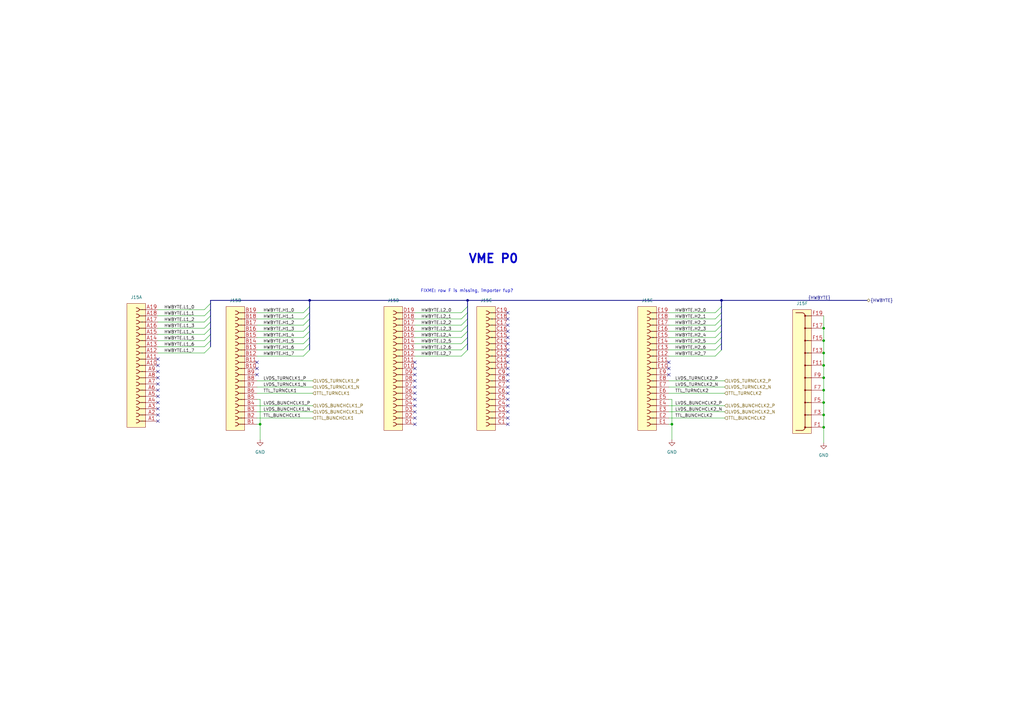
<source format=kicad_sch>
(kicad_sch (version 20250114) (generator "eeschema") (generator_version "9.0")
  (paper "A3")
  (title_block (title "VME P0 connector fanout + mechanics"))
  (lib_symbols
    (symbol "HARTING:HARTING_17_25_095_2102" (pin_names (offset 1.27))
      (property "Reference" "J" (at 3.81 1.27 0))
      (symbol "HARTING_17_25_095_2102_1_1"
        (pin bidirectional line (at -5.08 -2.54 0) (length 5.08) (name "1") (number "A1"))
        (pin bidirectional line (at -5.08 -5.08 0) (length 5.08) (name "2") (number "A2"))
        (pin bidirectional line (at -5.08 -7.62 0) (length 5.08) (name "3") (number "A3"))
        (pin bidirectional line (at -5.08 -10.16 0) (length 5.08) (name "4") (number "A4"))
        (pin bidirectional line (at -5.08 -12.7 0) (length 5.08) (name "5") (number "A5"))
        (pin bidirectional line (at -5.08 -15.24 0) (length 5.08) (name "6") (number "A6"))
        (pin bidirectional line (at -5.08 -17.78 0) (length 5.08) (name "7") (number "A7"))
        (pin bidirectional line (at -5.08 -20.32 0) (length 5.08) (name "8") (number "A8"))
        (pin bidirectional line (at -5.08 -22.86 0) (length 5.08) (name "9") (number "A9"))
        (pin bidirectional line (at -5.08 -25.4 0) (length 5.08) (name "10") (number "A10"))
        (pin bidirectional line (at -5.08 -27.94 0) (length 5.08) (name "11") (number "A11"))
        (pin bidirectional line (at -5.08 -30.48 0) (length 5.08) (name "12") (number "A12"))
        (pin bidirectional line (at -5.08 -33.02 0) (length 5.08) (name "13") (number "A13"))
        (pin bidirectional line (at -5.08 -35.56 0) (length 5.08) (name "14") (number "A14"))
        (pin bidirectional line (at -5.08 -38.1 0) (length 5.08) (name "15") (number "A15"))
        (pin bidirectional line (at -5.08 -40.64 0) (length 5.08) (name "16") (number "A16"))
        (pin bidirectional line (at -5.08 -43.18 0) (length 5.08) (name "17") (number "A17"))
        (pin bidirectional line (at -5.08 -45.72 0) (length 5.08) (name "18") (number "A18"))
        (pin bidirectional line (at -5.08 -48.26 0) (length 5.08) (name "19") (number "A19"))
      )
      (symbol "HARTING_17_25_095_2102_2_1"
        (pin bidirectional line (at -5.08 -2.54 0) (length 5.08) (name "1") (number "B1"))
        (pin bidirectional line (at -5.08 -5.08 0) (length 5.08) (name "2") (number "B2"))
        (pin bidirectional line (at -5.08 -7.62 0) (length 5.08) (name "3") (number "B3"))
        (pin bidirectional line (at -5.08 -10.16 0) (length 5.08) (name "4") (number "B4"))
        (pin bidirectional line (at -5.08 -12.7 0) (length 5.08) (name "5") (number "B5"))
        (pin bidirectional line (at -5.08 -15.24 0) (length 5.08) (name "6") (number "B6"))
        (pin bidirectional line (at -5.08 -17.78 0) (length 5.08) (name "7") (number "B7"))
        (pin bidirectional line (at -5.08 -20.32 0) (length 5.08) (name "8") (number "B8"))
        (pin bidirectional line (at -5.08 -22.86 0) (length 5.08) (name "9") (number "B9"))
        (pin bidirectional line (at -5.08 -25.4 0) (length 5.08) (name "10") (number "B10"))
        (pin bidirectional line (at -5.08 -27.94 0) (length 5.08) (name "11") (number "B11"))
        (pin bidirectional line (at -5.08 -30.48 0) (length 5.08) (name "12") (number "B12"))
        (pin bidirectional line (at -5.08 -33.02 0) (length 5.08) (name "13") (number "B13"))
        (pin bidirectional line (at -5.08 -35.56 0) (length 5.08) (name "14") (number "B14"))
        (pin bidirectional line (at -5.08 -38.1 0) (length 5.08) (name "15") (number "B15"))
        (pin bidirectional line (at -5.08 -40.64 0) (length 5.08) (name "16") (number "B16"))
        (pin bidirectional line (at -5.08 -43.18 0) (length 5.08) (name "17") (number "B17"))
        (pin bidirectional line (at -5.08 -45.72 0) (length 5.08) (name "18") (number "B18"))
        (pin bidirectional line (at -5.08 -48.26 0) (length 5.08) (name "19") (number "B19"))
      )
      (symbol "HARTING_17_25_095_2102_3_1"
        (pin bidirectional line (at -5.08 -2.54 0) (length 5.08) (name "1") (number "C1"))
        (pin bidirectional line (at -5.08 -5.08 0) (length 5.08) (name "2") (number "C2"))
        (pin bidirectional line (at -5.08 -7.62 0) (length 5.08) (name "3") (number "C3"))
        (pin bidirectional line (at -5.08 -10.16 0) (length 5.08) (name "4") (number "C4"))
        (pin bidirectional line (at -5.08 -12.7 0) (length 5.08) (name "5") (number "C5"))
        (pin bidirectional line (at -5.08 -15.24 0) (length 5.08) (name "6") (number "C6"))
        (pin bidirectional line (at -5.08 -17.78 0) (length 5.08) (name "7") (number "C7"))
        (pin bidirectional line (at -5.08 -20.32 0) (length 5.08) (name "8") (number "C8"))
        (pin bidirectional line (at -5.08 -22.86 0) (length 5.08) (name "9") (number "C9"))
        (pin bidirectional line (at -5.08 -25.4 0) (length 5.08) (name "10") (number "C10"))
        (pin bidirectional line (at -5.08 -27.94 0) (length 5.08) (name "11") (number "C11"))
        (pin bidirectional line (at -5.08 -30.48 0) (length 5.08) (name "12") (number "C12"))
        (pin bidirectional line (at -5.08 -33.02 0) (length 5.08) (name "13") (number "C13"))
        (pin bidirectional line (at -5.08 -35.56 0) (length 5.08) (name "14") (number "C14"))
        (pin bidirectional line (at -5.08 -38.1 0) (length 5.08) (name "15") (number "C15"))
        (pin bidirectional line (at -5.08 -40.64 0) (length 5.08) (name "16") (number "C16"))
        (pin bidirectional line (at -5.08 -43.18 0) (length 5.08) (name "17") (number "C17"))
        (pin bidirectional line (at -5.08 -45.72 0) (length 5.08) (name "18") (number "C18"))
        (pin bidirectional line (at -5.08 -48.26 0) (length 5.08) (name "19") (number "C19"))
      )
      (symbol "HARTING_17_25_095_2102_4_1"
        (pin bidirectional line (at -5.08 -2.54 0) (length 5.08) (name "1") (number "D1"))
        (pin bidirectional line (at -5.08 -5.08 0) (length 5.08) (name "2") (number "D2"))
        (pin bidirectional line (at -5.08 -7.62 0) (length 5.08) (name "3") (number "D3"))
        (pin bidirectional line (at -5.08 -10.16 0) (length 5.08) (name "4") (number "D4"))
        (pin bidirectional line (at -5.08 -12.7 0) (length 5.08) (name "5") (number "D5"))
        (pin bidirectional line (at -5.08 -15.24 0) (length 5.08) (name "6") (number "D6"))
        (pin bidirectional line (at -5.08 -17.78 0) (length 5.08) (name "7") (number "D7"))
        (pin bidirectional line (at -5.08 -20.32 0) (length 5.08) (name "8") (number "D8"))
        (pin bidirectional line (at -5.08 -22.86 0) (length 5.08) (name "9") (number "D9"))
        (pin bidirectional line (at -5.08 -25.4 0) (length 5.08) (name "10") (number "D10"))
        (pin bidirectional line (at -5.08 -27.94 0) (length 5.08) (name "11") (number "D11"))
        (pin bidirectional line (at -5.08 -30.48 0) (length 5.08) (name "12") (number "D12"))
        (pin bidirectional line (at -5.08 -33.02 0) (length 5.08) (name "13") (number "D13"))
        (pin bidirectional line (at -5.08 -35.56 0) (length 5.08) (name "14") (number "D14"))
        (pin bidirectional line (at -5.08 -38.1 0) (length 5.08) (name "15") (number "D15"))
        (pin bidirectional line (at -5.08 -40.64 0) (length 5.08) (name "16") (number "D16"))
        (pin bidirectional line (at -5.08 -43.18 0) (length 5.08) (name "17") (number "D17"))
        (pin bidirectional line (at -5.08 -45.72 0) (length 5.08) (name "18") (number "D18"))
        (pin bidirectional line (at -5.08 -48.26 0) (length 5.08) (name "19") (number "D19"))
      )
      (symbol "HARTING_17_25_095_2102_5_1"
        (pin bidirectional line (at -5.08 -2.54 0) (length 5.08) (name "1") (number "E1"))
        (pin bidirectional line (at -5.08 -5.08 0) (length 5.08) (name "2") (number "E2"))
        (pin bidirectional line (at -5.08 -7.62 0) (length 5.08) (name "3") (number "E3"))
        (pin bidirectional line (at -5.08 -10.16 0) (length 5.08) (name "4") (number "E4"))
        (pin bidirectional line (at -5.08 -12.7 0) (length 5.08) (name "5") (number "E5"))
        (pin bidirectional line (at -5.08 -15.24 0) (length 5.08) (name "6") (number "E6"))
        (pin bidirectional line (at -5.08 -17.78 0) (length 5.08) (name "7") (number "E7"))
        (pin bidirectional line (at -5.08 -20.32 0) (length 5.08) (name "8") (number "E8"))
        (pin bidirectional line (at -5.08 -22.86 0) (length 5.08) (name "9") (number "E9"))
        (pin bidirectional line (at -5.08 -25.4 0) (length 5.08) (name "10") (number "E10"))
        (pin bidirectional line (at -5.08 -27.94 0) (length 5.08) (name "11") (number "E11"))
        (pin bidirectional line (at -5.08 -30.48 0) (length 5.08) (name "12") (number "E12"))
        (pin bidirectional line (at -5.08 -33.02 0) (length 5.08) (name "13") (number "E13"))
        (pin bidirectional line (at -5.08 -35.56 0) (length 5.08) (name "14") (number "E14"))
        (pin bidirectional line (at -5.08 -38.1 0) (length 5.08) (name "15") (number "E15"))
        (pin bidirectional line (at -5.08 -40.64 0) (length 5.08) (name "16") (number "E16"))
        (pin bidirectional line (at -5.08 -43.18 0) (length 5.08) (name "17") (number "E17"))
        (pin bidirectional line (at -5.08 -45.72 0) (length 5.08) (name "18") (number "E18"))
        (pin bidirectional line (at -5.08 -48.26 0) (length 5.08) (name "19") (number "E19"))
      )
      (symbol "HARTING_17_25_095_2102_6_1"
        (text "Shield" (at 4.826 -25.4 900) (effects (font (size 1.016 1.016))))
        (pin bidirectional line (at -5.08 -2.54 0) (length 5.08) (name "1") (number "F1"))
        (pin bidirectional line (at -5.08 -7.62 0) (length 5.08) (name "3") (number "F3"))
        (pin bidirectional line (at -5.08 -12.7 0) (length 5.08) (name "5") (number "F5"))
        (pin bidirectional line (at -5.08 -17.78 0) (length 5.08) (name "7") (number "F7"))
        (pin bidirectional line (at -5.08 -22.86 0) (length 5.08) (name "9") (number "F9"))
        (pin bidirectional line (at -5.08 -27.94 0) (length 5.08) (name "11") (number "F11"))
        (pin bidirectional line (at -5.08 -33.02 0) (length 5.08) (name "13") (number "F13"))
        (pin bidirectional line (at -5.08 -38.1 0) (length 5.08) (name "15") (number "F15"))
        (pin bidirectional line (at -5.08 -43.18 0) (length 5.08) (name "17") (number "F17"))
        (pin bidirectional line (at -5.08 -48.26 0) (length 5.08) (name "19") (number "F19"))
      )
    )
    (symbol "power:GND" (power) (pin_names (offset 0))
      (property "Value" "GND" (at 0 -3.81 0))
      (symbol "GND_1_1"
        (pin power_in line (at 0 0 270) (length 0) (hide yes) (name "GND") (number "1"))
      )
    )
  )
  (text "FIXME: row F is missing, importer fup?" (at 191.516 119.38 0) (effects (font (size 1.27 1.27))))
  (text "VME P0" (at 212.852 104.14 0) (effects (font (size 3.556 3.556) (bold yes)) (justify right top)))
  (junction (at 106.68 173.99))
  (junction (at 127 123.19))
  (junction (at 337.82 160.02))
  (junction (at 295.91 123.19))
  (junction (at 337.82 165.1))
  (junction (at 337.82 154.94))
  (junction (at 337.82 170.18))
  (junction (at 337.82 134.62))
  (junction (at 337.82 149.86))
  (junction (at 337.82 139.7))
  (junction (at 337.82 144.78))
  (junction (at 337.82 175.26))
  (junction (at 275.59 173.99))
  (junction (at 191.77 123.19))
  (no_connect (at 64.77 165.1))
  (no_connect (at 64.77 167.64))
  (no_connect (at 64.77 154.94))
  (no_connect (at 170.18 168.91))
  (no_connect (at 208.28 151.13))
  (no_connect (at 208.28 173.99))
  (no_connect (at 208.28 143.51))
  (no_connect (at 105.41 153.67))
  (no_connect (at 208.28 128.27))
  (no_connect (at 208.28 148.59))
  (no_connect (at 170.18 148.59))
  (no_connect (at 208.28 163.83))
  (no_connect (at 208.28 130.81))
  (no_connect (at 170.18 156.21))
  (no_connect (at 64.77 147.32))
  (no_connect (at 170.18 158.75))
  (no_connect (at 208.28 153.67))
  (no_connect (at 64.77 152.4))
  (no_connect (at 64.77 172.72))
  (no_connect (at 64.77 157.48))
  (no_connect (at 274.32 153.67))
  (no_connect (at 208.28 140.97))
  (no_connect (at 170.18 153.67))
  (no_connect (at 170.18 173.99))
  (no_connect (at 208.28 158.75))
  (no_connect (at 105.41 148.59))
  (no_connect (at 170.18 163.83))
  (no_connect (at 170.18 166.37))
  (no_connect (at 208.28 138.43))
  (no_connect (at 208.28 168.91))
  (no_connect (at 208.28 161.29))
  (no_connect (at 208.28 166.37))
  (no_connect (at 208.28 135.89))
  (no_connect (at 64.77 149.86))
  (no_connect (at 105.41 151.13))
  (no_connect (at 274.32 151.13))
  (no_connect (at 64.77 160.02))
  (no_connect (at 170.18 171.45))
  (no_connect (at 170.18 151.13))
  (no_connect (at 208.28 156.21))
  (no_connect (at 170.18 161.29))
  (no_connect (at 208.28 171.45))
  (no_connect (at 64.77 170.18))
  (no_connect (at 208.28 146.05))
  (no_connect (at 208.28 133.35))
  (no_connect (at 274.32 148.59))
  (no_connect (at 64.77 162.56))
  (bus_entry (at 83.82 144.78) (size 2.54 -2.54))
  (bus_entry (at 189.23 135.89) (size 2.54 -2.54))
  (bus_entry (at 124.46 130.81) (size 2.54 -2.54))
  (bus_entry (at 293.37 146.05) (size 2.54 -2.54))
  (bus_entry (at 124.46 146.05) (size 2.54 -2.54))
  (bus_entry (at 293.37 143.51) (size 2.54 -2.54))
  (bus_entry (at 124.46 133.35) (size 2.54 -2.54))
  (bus_entry (at 293.37 128.27) (size 2.54 -2.54))
  (bus_entry (at 189.23 146.05) (size 2.54 -2.54))
  (bus_entry (at 124.46 138.43) (size 2.54 -2.54))
  (bus_entry (at 189.23 130.81) (size 2.54 -2.54))
  (bus_entry (at 83.82 137.16) (size 2.54 -2.54))
  (bus_entry (at 293.37 130.81) (size 2.54 -2.54))
  (bus_entry (at 124.46 128.27) (size 2.54 -2.54))
  (bus_entry (at 83.82 139.7) (size 2.54 -2.54))
  (bus_entry (at 189.23 143.51) (size 2.54 -2.54))
  (bus_entry (at 83.82 142.24) (size 2.54 -2.54))
  (bus_entry (at 83.82 129.54) (size 2.54 -2.54))
  (bus_entry (at 124.46 143.51) (size 2.54 -2.54))
  (bus_entry (at 189.23 138.43) (size 2.54 -2.54))
  (bus_entry (at 293.37 140.97) (size 2.54 -2.54))
  (bus_entry (at 124.46 135.89) (size 2.54 -2.54))
  (bus_entry (at 124.46 140.97) (size 2.54 -2.54))
  (bus_entry (at 83.82 132.08) (size 2.54 -2.54))
  (bus_entry (at 293.37 138.43) (size 2.54 -2.54))
  (bus_entry (at 83.82 134.62) (size 2.54 -2.54))
  (bus_entry (at 189.23 140.97) (size 2.54 -2.54))
  (bus_entry (at 83.82 127) (size 2.54 -2.54))
  (bus_entry (at 189.23 128.27) (size 2.54 -2.54))
  (bus_entry (at 293.37 133.35) (size 2.54 -2.54))
  (bus_entry (at 293.37 135.89) (size 2.54 -2.54))
  (bus_entry (at 189.23 133.35) (size 2.54 -2.54))
  (wire (pts (xy 337.82 134.62) (xy 337.82 139.7)))
  (bus (pts (xy 191.77 128.27) (xy 191.77 130.81)))
  (bus (pts (xy 127 140.97) (xy 127 143.51)))
  (wire (pts (xy 337.82 154.94) (xy 337.82 160.02)))
  (wire (pts (xy 64.77 139.7) (xy 83.82 139.7)))
  (bus (pts (xy 191.77 138.43) (xy 191.77 140.97)))
  (bus (pts (xy 295.91 140.97) (xy 295.91 138.43)))
  (bus (pts (xy 295.91 130.81) (xy 295.91 128.27)))
  (wire (pts (xy 274.32 168.91) (xy 297.18 168.91)))
  (bus (pts (xy 86.36 139.7) (xy 86.36 142.24)))
  (bus (pts (xy 295.91 138.43) (xy 295.91 135.89)))
  (wire (pts (xy 105.41 156.21) (xy 128.27 156.21)))
  (wire (pts (xy 105.41 130.81) (xy 124.46 130.81)))
  (wire (pts (xy 105.41 171.45) (xy 128.27 171.45)))
  (bus (pts (xy 127 128.27) (xy 127 130.81)))
  (wire (pts (xy 274.32 158.75) (xy 297.18 158.75)))
  (bus (pts (xy 127 123.19) (xy 127 125.73)))
  (bus (pts (xy 191.77 140.97) (xy 191.77 143.51)))
  (wire (pts (xy 64.77 144.78) (xy 83.82 144.78)))
  (bus (pts (xy 127 125.73) (xy 127 128.27)))
  (bus (pts (xy 127 123.19) (xy 86.36 123.19)))
  (wire (pts (xy 337.82 165.1) (xy 337.82 170.18)))
  (wire (pts (xy 274.32 130.81) (xy 293.37 130.81)))
  (wire (pts (xy 64.77 132.08) (xy 83.82 132.08)))
  (bus (pts (xy 127 138.43) (xy 127 140.97)))
  (wire (pts (xy 274.32 163.83) (xy 275.59 163.83)))
  (bus (pts (xy 295.91 143.51) (xy 295.91 140.97)))
  (bus (pts (xy 127 133.35) (xy 127 135.89)))
  (wire (pts (xy 105.41 143.51) (xy 124.46 143.51)))
  (wire (pts (xy 105.41 161.29) (xy 128.27 161.29)))
  (wire (pts (xy 170.18 146.05) (xy 189.23 146.05)))
  (wire (pts (xy 274.32 166.37) (xy 297.18 166.37)))
  (wire (pts (xy 337.82 129.54) (xy 337.82 134.62)))
  (wire (pts (xy 274.32 156.21) (xy 297.18 156.21)))
  (wire (pts (xy 106.68 163.83) (xy 106.68 173.99)))
  (bus (pts (xy 86.36 134.62) (xy 86.36 137.16)))
  (bus (pts (xy 86.36 123.19) (xy 86.36 124.46)))
  (wire (pts (xy 274.32 140.97) (xy 293.37 140.97)))
  (wire (pts (xy 105.41 146.05) (xy 124.46 146.05)))
  (wire (pts (xy 337.82 144.78) (xy 337.82 149.86)))
  (wire (pts (xy 105.41 140.97) (xy 124.46 140.97)))
  (wire (pts (xy 274.32 135.89) (xy 293.37 135.89)))
  (wire (pts (xy 170.18 138.43) (xy 189.23 138.43)))
  (wire (pts (xy 337.82 139.7) (xy 337.82 144.78)))
  (wire (pts (xy 105.41 166.37) (xy 128.27 166.37)))
  (wire (pts (xy 105.41 168.91) (xy 128.27 168.91)))
  (bus (pts (xy 86.36 137.16) (xy 86.36 139.7)))
  (wire (pts (xy 170.18 143.51) (xy 189.23 143.51)))
  (bus (pts (xy 295.91 135.89) (xy 295.91 133.35)))
  (wire (pts (xy 275.59 163.83) (xy 275.59 173.99)))
  (bus (pts (xy 191.77 125.73) (xy 191.77 128.27)))
  (bus (pts (xy 191.77 133.35) (xy 191.77 135.89)))
  (wire (pts (xy 337.82 149.86) (xy 337.82 154.94)))
  (bus (pts (xy 191.77 123.19) (xy 191.77 125.73)))
  (wire (pts (xy 105.41 158.75) (xy 128.27 158.75)))
  (bus (pts (xy 295.91 125.73) (xy 295.91 123.19)))
  (bus (pts (xy 295.91 133.35) (xy 295.91 130.81)))
  (bus (pts (xy 191.77 130.81) (xy 191.77 133.35)))
  (wire (pts (xy 105.41 133.35) (xy 124.46 133.35)))
  (bus (pts (xy 295.91 128.27) (xy 295.91 125.73)))
  (bus (pts (xy 86.36 129.54) (xy 86.36 132.08)))
  (wire (pts (xy 170.18 135.89) (xy 189.23 135.89)))
  (wire (pts (xy 274.32 128.27) (xy 293.37 128.27)))
  (wire (pts (xy 64.77 137.16) (xy 83.82 137.16)))
  (bus (pts (xy 191.77 135.89) (xy 191.77 138.43)))
  (wire (pts (xy 105.41 138.43) (xy 124.46 138.43)))
  (wire (pts (xy 274.32 138.43) (xy 293.37 138.43)))
  (wire (pts (xy 274.32 143.51) (xy 293.37 143.51)))
  (wire (pts (xy 274.32 173.99) (xy 275.59 173.99)))
  (wire (pts (xy 64.77 127) (xy 83.82 127)))
  (wire (pts (xy 274.32 133.35) (xy 293.37 133.35)))
  (bus (pts (xy 86.36 132.08) (xy 86.36 134.62)))
  (bus (pts (xy 86.36 124.46) (xy 86.36 127)))
  (wire (pts (xy 274.32 161.29) (xy 297.18 161.29)))
  (bus (pts (xy 127 130.81) (xy 127 133.35)))
  (bus (pts (xy 191.77 123.19) (xy 127 123.19)))
  (wire (pts (xy 64.77 129.54) (xy 83.82 129.54)))
  (bus (pts (xy 127 135.89) (xy 127 138.43)))
  (wire (pts (xy 105.41 128.27) (xy 124.46 128.27)))
  (wire (pts (xy 274.32 171.45) (xy 297.18 171.45)))
  (wire (pts (xy 337.82 170.18) (xy 337.82 175.26)))
  (wire (pts (xy 105.41 163.83) (xy 106.68 163.83)))
  (wire (pts (xy 170.18 128.27) (xy 189.23 128.27)))
  (wire (pts (xy 337.82 160.02) (xy 337.82 165.1)))
  (wire (pts (xy 337.82 175.26) (xy 337.82 181.61)))
  (bus (pts (xy 86.36 127) (xy 86.36 129.54)))
  (wire (pts (xy 64.77 142.24) (xy 83.82 142.24)))
  (wire (pts (xy 274.32 146.05) (xy 293.37 146.05)))
  (wire (pts (xy 170.18 140.97) (xy 189.23 140.97)))
  (wire (pts (xy 105.41 173.99) (xy 106.68 173.99)))
  (bus (pts (xy 295.91 123.19) (xy 191.77 123.19)))
  (wire (pts (xy 64.77 134.62) (xy 83.82 134.62)))
  (wire (pts (xy 170.18 130.81) (xy 189.23 130.81)))
  (wire (pts (xy 105.41 135.89) (xy 124.46 135.89)))
  (wire (pts (xy 275.59 173.99) (xy 275.59 180.34)))
  (wire (pts (xy 170.18 133.35) (xy 189.23 133.35)))
  (wire (pts (xy 106.68 173.99) (xy 106.68 180.34)))
  (bus (pts (xy 295.91 123.19) (xy 355.6 123.19)))
  (label "LVDS_TURNCLK1_N" (at 107.95 158.75 0))
  (label "HWBYTE.L1_2" (at 67.31 132.08 0))
  (label "LVDS_BUNCHCLK1_N" (at 107.95 168.91 0))
  (label "HWBYTE.L2_3" (at 172.72 135.89 0))
  (label "HWBYTE.H2_4" (at 276.86 138.43 0))
  (label "HWBYTE.H2_7" (at 276.86 146.05 0))
  (label "HWBYTE.H2_0" (at 276.86 128.27 0))
  (label "HWBYTE.H1_3" (at 107.95 135.89 0))
  (label "{HWBYTE}" (at 331.47 123.19 0))
  (label "HWBYTE.H1_5" (at 107.95 140.97 0))
  (label "HWBYTE.L2_1" (at 172.72 130.81 0))
  (label "LVDS_TURNCLK1_P" (at 107.95 156.21 0))
  (label "LVDS_BUNCHCLK2_P" (at 276.86 166.37 0))
  (label "LVDS_BUNCHCLK1_P" (at 107.95 166.37 0))
  (label "HWBYTE.L2_6" (at 172.72 143.51 0))
  (label "HWBYTE.H2_5" (at 276.86 140.97 0))
  (label "TTL_TURNCLK2" (at 276.86 161.29 0))
  (label "HWBYTE.L1_6" (at 67.31 142.24 0))
  (label "HWBYTE.L1_4" (at 67.31 137.16 0))
  (label "HWBYTE.L1_1" (at 67.31 129.54 0))
  (label "HWBYTE.L1_0" (at 67.31 127 0))
  (label "HWBYTE.H2_3" (at 276.86 135.89 0))
  (label "HWBYTE.H2_6" (at 276.86 143.51 0))
  (label "HWBYTE.H1_2" (at 107.95 133.35 0))
  (label "HWBYTE.H2_2" (at 276.86 133.35 0))
  (label "HWBYTE.L2_7" (at 172.72 146.05 0))
  (label "HWBYTE.H1_1" (at 107.95 130.81 0))
  (label "HWBYTE.H1_6" (at 107.95 143.51 0))
  (label "LVDS_BUNCHCLK2_N" (at 276.86 168.91 0))
  (label "HWBYTE.H1_7" (at 107.95 146.05 0))
  (label "HWBYTE.H1_4" (at 107.95 138.43 0))
  (label "HWBYTE.L2_0" (at 172.72 128.27 0))
  (label "TTL_TURNCLK1" (at 107.95 161.29 0))
  (label "TTL_BUNCHCLK1" (at 107.95 171.45 0))
  (label "TTL_BUNCHCLK2" (at 276.86 171.45 0))
  (label "LVDS_TURNCLK2_P" (at 276.86 156.21 0))
  (label "LVDS_TURNCLK2_N" (at 276.86 158.75 0))
  (label "HWBYTE.H2_1" (at 276.86 130.81 0))
  (label "HWBYTE.L2_2" (at 172.72 133.35 0))
  (label "HWBYTE.L1_5" (at 67.31 139.7 0))
  (label "HWBYTE.L1_3" (at 67.31 134.62 0))
  (label "HWBYTE.H1_0" (at 107.95 128.27 0))
  (label "HWBYTE.L2_4" (at 172.72 138.43 0))
  (label "HWBYTE.L2_5" (at 172.72 140.97 0))
  (label "HWBYTE.L1_7" (at 67.31 144.78 0))
  (hierarchical_label "LVDS_TURNCLK1_N" (shape input) (at 128.27 158.75 0))
  (hierarchical_label "TTL_TURNCLK2" (shape input) (at 297.18 161.29 0))
  (hierarchical_label "LVDS_TURNCLK2_P" (shape input) (at 297.18 156.21 0))
  (hierarchical_label "TTL_TURNCLK1" (shape input) (at 128.27 161.29 0))
  (hierarchical_label "LVDS_BUNCHCLK2_P" (shape input) (at 297.18 166.37 0))
  (hierarchical_label "{HWBYTE}" (shape bidirectional) (at 355.6 123.19 0))
  (hierarchical_label "LVDS_BUNCHCLK2_N" (shape input) (at 297.18 168.91 0))
  (hierarchical_label "TTL_BUNCHCLK2" (shape input) (at 297.18 171.45 0))
  (hierarchical_label "LVDS_TURNCLK1_P" (shape input) (at 128.27 156.21 0))
  (hierarchical_label "LVDS_BUNCHCLK1_P" (shape input) (at 128.27 166.37 0))
  (hierarchical_label "TTL_BUNCHCLK1" (shape input) (at 128.27 171.45 0))
  (hierarchical_label "LVDS_BUNCHCLK1_N" (shape input) (at 128.27 168.91 0))
  (hierarchical_label "LVDS_TURNCLK2_N" (shape input) (at 297.18 158.75 0))
  (symbol (lib_id "HARTING:HARTING_17_25_095_2102") (at 100.33 176.53 180) (unit 2)
    (property "Reference" "J15" (at 96.5835 123.19 0))
    (property "Value" "HARTING_17_25_095_2102" (effects (hide yes)))
    (property "Footprint" "HARTING THD:HARTING_17 25 095 2102" (effects (hide yes)))
    (property "Description" "HAR-BUS HM Type B19" (effects (hide yes)))
    (property "Part Number" "HARTING_17_25_095_2102" (effects (hide yes)))
    (property "Library Ref" "Connector HAR-BUS 95 Female (abcdef) + Shield (f)" (effects (hide yes)))
    (property "Library Path" "SchLib\\Connectors.SchLib" (effects (hide yes)))
    (property "Comment" " " (effects (hide yes)))
    (property "Component Kind" "Standard" (effects (hide yes)))
    (property "Component Type" "Standard" (effects (hide yes)))
    (property "PackageDescription" " " (effects (hide yes)))
    (property "Pin Count" "105" (effects (hide yes)))
    (property "Case" " " (effects (hide yes)))
    (property "Footprint Path" "PcbLib\\HARTING THD.PcbLib" (effects (hide yes)))
    (property "Footprint Ref" "HARTING_17 25 095 2102" (effects (hide yes)))
    (property "Family" "HAR-BUS HM Type B19" (effects (hide yes)))
    (property "Mounted" "Yes" (effects (hide yes)))
    (property "Socket" "No" (effects (hide yes)))
    (property "SMD" "No" (effects (hide yes)))
    (property "PressFit" "Yes" (effects (hide yes)))
    (property "Sense" "No" (effects (hide yes)))
    (property "Sense Comment" " " (effects (hide yes)))
    (property "Status" "None" (effects (hide yes)))
    (property "Status Comment" " " (effects (hide yes)))
    (property "SCEM" " " (effects (hide yes)))
    (property "Device" " " (effects (hide yes)))
    (property "Part Description" "Har-bus HM Type B19, 95 Contacts (abcde), Pitch 2mm, 3.4mm Press-in Terminations, Female Angled Connector, with Pre-installed Upper Shield (f)" (effects (hide yes)))
    (property "Manufacturer" "HARTING" (effects (hide yes)))
    (property "Manufacturer Part Number" "17 25 095 2102" (effects (hide yes)))
    (property "ComponentHeight" "7.57mm" (effects (hide yes)))
    (property "ComponentLink1URL" " " (effects (hide yes)))
    (property "ComponentLink1Description" " " (effects (hide yes)))
    (property "ComponentLink2URL" " " (effects (hide yes)))
    (property "ComponentLink2Description" " " (effects (hide yes)))
    (property "Author" "CERN DEM JMW" (effects (hide yes)))
    (property "CreateDate" "05/28/08 00:00:00" (effects (hide yes)))
    (property "LatestRevisionDate" "06/18/14 00:00:00" (effects (hide yes)))
    (property "Database Table Name" "Connectors" (effects (hide yes)))
    (property "Library Name" "HARTING" (effects (hide yes)))
    (property "Footprint Library" "HARTING THD" (effects (hide yes)))
    (property "License" "CC-BY-SA 4.0" (effects (hide yes)))
  )
  (symbol (lib_id "HARTING:HARTING_17_25_095_2102") (at 165.1 176.53 180) (unit 4)
    (property "Reference" "J15" (at 161.3535 123.19 0))
    (property "Value" "HARTING_17_25_095_2102" (effects (hide yes)))
    (property "Footprint" "HARTING THD:HARTING_17 25 095 2102" (effects (hide yes)))
    (property "Description" "HAR-BUS HM Type B19" (effects (hide yes)))
    (property "Part Number" "HARTING_17_25_095_2102" (effects (hide yes)))
    (property "Library Ref" "Connector HAR-BUS 95 Female (abcdef) + Shield (f)" (effects (hide yes)))
    (property "Library Path" "SchLib\\Connectors.SchLib" (effects (hide yes)))
    (property "Comment" " " (effects (hide yes)))
    (property "Component Kind" "Standard" (effects (hide yes)))
    (property "Component Type" "Standard" (effects (hide yes)))
    (property "PackageDescription" " " (effects (hide yes)))
    (property "Pin Count" "105" (effects (hide yes)))
    (property "Case" " " (effects (hide yes)))
    (property "Footprint Path" "PcbLib\\HARTING THD.PcbLib" (effects (hide yes)))
    (property "Footprint Ref" "HARTING_17 25 095 2102" (effects (hide yes)))
    (property "Family" "HAR-BUS HM Type B19" (effects (hide yes)))
    (property "Mounted" "Yes" (effects (hide yes)))
    (property "Socket" "No" (effects (hide yes)))
    (property "SMD" "No" (effects (hide yes)))
    (property "PressFit" "Yes" (effects (hide yes)))
    (property "Sense" "No" (effects (hide yes)))
    (property "Sense Comment" " " (effects (hide yes)))
    (property "Status" "None" (effects (hide yes)))
    (property "Status Comment" " " (effects (hide yes)))
    (property "SCEM" " " (effects (hide yes)))
    (property "Device" " " (effects (hide yes)))
    (property "Part Description" "Har-bus HM Type B19, 95 Contacts (abcde), Pitch 2mm, 3.4mm Press-in Terminations, Female Angled Connector, with Pre-installed Upper Shield (f)" (effects (hide yes)))
    (property "Manufacturer" "HARTING" (effects (hide yes)))
    (property "Manufacturer Part Number" "17 25 095 2102" (effects (hide yes)))
    (property "ComponentHeight" "7.57mm" (effects (hide yes)))
    (property "ComponentLink1URL" " " (effects (hide yes)))
    (property "ComponentLink1Description" " " (effects (hide yes)))
    (property "ComponentLink2URL" " " (effects (hide yes)))
    (property "ComponentLink2Description" " " (effects (hide yes)))
    (property "Author" "CERN DEM JMW" (effects (hide yes)))
    (property "CreateDate" "05/28/08 00:00:00" (effects (hide yes)))
    (property "LatestRevisionDate" "06/18/14 00:00:00" (effects (hide yes)))
    (property "Database Table Name" "Connectors" (effects (hide yes)))
    (property "Library Name" "HARTING" (effects (hide yes)))
    (property "Footprint Library" "HARTING THD" (effects (hide yes)))
    (property "License" "CC-BY-SA 4.0" (effects (hide yes)))
  )
  (symbol (lib_id "power:GND") (at 275.59 180.34 0) (unit 1)
    (property "Reference" "#PWR0689" (effects (hide yes)))
    (property "Value" "GND" (at 275.59 185.42 0))
    (property "Description" "GROUND power-flag symbol" (effects (hide yes)))
  )
  (symbol (lib_id "power:GND") (at 106.68 180.34 0) (unit 1)
    (property "Reference" "#PWR0688" (effects (hide yes)))
    (property "Value" "GND" (at 106.68 185.42 0))
    (property "Description" "GROUND power-flag symbol" (effects (hide yes)))
  )
  (symbol (lib_id "HARTING:HARTING_17_25_095_2102") (at 269.24 176.53 180) (unit 5)
    (property "Reference" "J15" (at 265.4935 123.19 0))
    (property "Value" "HARTING_17_25_095_2102" (effects (hide yes)))
    (property "Footprint" "HARTING THD:HARTING_17 25 095 2102" (effects (hide yes)))
    (property "Description" "HAR-BUS HM Type B19" (effects (hide yes)))
    (property "Part Number" "HARTING_17_25_095_2102" (effects (hide yes)))
    (property "Library Ref" "Connector HAR-BUS 95 Female (abcdef) + Shield (f)" (effects (hide yes)))
    (property "Library Path" "SchLib\\Connectors.SchLib" (effects (hide yes)))
    (property "Comment" " " (effects (hide yes)))
    (property "Component Kind" "Standard" (effects (hide yes)))
    (property "Component Type" "Standard" (effects (hide yes)))
    (property "PackageDescription" " " (effects (hide yes)))
    (property "Pin Count" "105" (effects (hide yes)))
    (property "Case" " " (effects (hide yes)))
    (property "Footprint Path" "PcbLib\\HARTING THD.PcbLib" (effects (hide yes)))
    (property "Footprint Ref" "HARTING_17 25 095 2102" (effects (hide yes)))
    (property "Family" "HAR-BUS HM Type B19" (effects (hide yes)))
    (property "Mounted" "Yes" (effects (hide yes)))
    (property "Socket" "No" (effects (hide yes)))
    (property "SMD" "No" (effects (hide yes)))
    (property "PressFit" "Yes" (effects (hide yes)))
    (property "Sense" "No" (effects (hide yes)))
    (property "Sense Comment" " " (effects (hide yes)))
    (property "Status" "None" (effects (hide yes)))
    (property "Status Comment" " " (effects (hide yes)))
    (property "SCEM" " " (effects (hide yes)))
    (property "Device" " " (effects (hide yes)))
    (property "Part Description" "Har-bus HM Type B19, 95 Contacts (abcde), Pitch 2mm, 3.4mm Press-in Terminations, Female Angled Connector, with Pre-installed Upper Shield (f)" (effects (hide yes)))
    (property "Manufacturer" "HARTING" (effects (hide yes)))
    (property "Manufacturer Part Number" "17 25 095 2102" (effects (hide yes)))
    (property "ComponentHeight" "7.57mm" (effects (hide yes)))
    (property "ComponentLink1URL" " " (effects (hide yes)))
    (property "ComponentLink1Description" " " (effects (hide yes)))
    (property "ComponentLink2URL" " " (effects (hide yes)))
    (property "ComponentLink2Description" " " (effects (hide yes)))
    (property "Author" "CERN DEM JMW" (effects (hide yes)))
    (property "CreateDate" "05/28/08 00:00:00" (effects (hide yes)))
    (property "LatestRevisionDate" "06/18/14 00:00:00" (effects (hide yes)))
    (property "Database Table Name" "Connectors" (effects (hide yes)))
    (property "Library Name" "HARTING" (effects (hide yes)))
    (property "Footprint Library" "HARTING THD" (effects (hide yes)))
    (property "License" "CC-BY-SA 4.0" (effects (hide yes)))
  )
  (symbol (lib_id "HARTING:HARTING_17_25_095_2102") (at 203.2 176.53 180) (unit 3)
    (property "Reference" "J15" (at 199.4535 123.19 0))
    (property "Value" "HARTING_17_25_095_2102" (effects (hide yes)))
    (property "Footprint" "HARTING THD:HARTING_17 25 095 2102" (effects (hide yes)))
    (property "Description" "HAR-BUS HM Type B19" (effects (hide yes)))
    (property "Part Number" "HARTING_17_25_095_2102" (effects (hide yes)))
    (property "Library Ref" "Connector HAR-BUS 95 Female (abcdef) + Shield (f)" (effects (hide yes)))
    (property "Library Path" "SchLib\\Connectors.SchLib" (effects (hide yes)))
    (property "Comment" " " (effects (hide yes)))
    (property "Component Kind" "Standard" (effects (hide yes)))
    (property "Component Type" "Standard" (effects (hide yes)))
    (property "PackageDescription" " " (effects (hide yes)))
    (property "Pin Count" "105" (effects (hide yes)))
    (property "Case" " " (effects (hide yes)))
    (property "Footprint Path" "PcbLib\\HARTING THD.PcbLib" (effects (hide yes)))
    (property "Footprint Ref" "HARTING_17 25 095 2102" (effects (hide yes)))
    (property "Family" "HAR-BUS HM Type B19" (effects (hide yes)))
    (property "Mounted" "Yes" (effects (hide yes)))
    (property "Socket" "No" (effects (hide yes)))
    (property "SMD" "No" (effects (hide yes)))
    (property "PressFit" "Yes" (effects (hide yes)))
    (property "Sense" "No" (effects (hide yes)))
    (property "Sense Comment" " " (effects (hide yes)))
    (property "Status" "None" (effects (hide yes)))
    (property "Status Comment" " " (effects (hide yes)))
    (property "SCEM" " " (effects (hide yes)))
    (property "Device" " " (effects (hide yes)))
    (property "Part Description" "Har-bus HM Type B19, 95 Contacts (abcde), Pitch 2mm, 3.4mm Press-in Terminations, Female Angled Connector, with Pre-installed Upper Shield (f)" (effects (hide yes)))
    (property "Manufacturer" "HARTING" (effects (hide yes)))
    (property "Manufacturer Part Number" "17 25 095 2102" (effects (hide yes)))
    (property "ComponentHeight" "7.57mm" (effects (hide yes)))
    (property "ComponentLink1URL" " " (effects (hide yes)))
    (property "ComponentLink1Description" " " (effects (hide yes)))
    (property "ComponentLink2URL" " " (effects (hide yes)))
    (property "ComponentLink2Description" " " (effects (hide yes)))
    (property "Author" "CERN DEM JMW" (effects (hide yes)))
    (property "CreateDate" "05/28/08 00:00:00" (effects (hide yes)))
    (property "LatestRevisionDate" "06/18/14 00:00:00" (effects (hide yes)))
    (property "Database Table Name" "Connectors" (effects (hide yes)))
    (property "Library Name" "HARTING" (effects (hide yes)))
    (property "Footprint Library" "HARTING THD" (effects (hide yes)))
    (property "License" "CC-BY-SA 4.0" (effects (hide yes)))
  )
  (symbol (lib_id "HARTING:HARTING_17_25_095_2102") (at 332.74 177.8 180) (unit 6)
    (property "Reference" "J15" (at 328.9935 124.46 0))
    (property "Value" "HARTING_17_25_095_2102" (effects (hide yes)))
    (property "Footprint" "HARTING THD:HARTING_17 25 095 2102" (effects (hide yes)))
    (property "Description" "HAR-BUS HM Type B19" (effects (hide yes)))
    (property "Part Number" "HARTING_17_25_095_2102" (effects (hide yes)))
    (property "Library Ref" "Connector HAR-BUS 95 Female (abcdef) + Shield (f)" (effects (hide yes)))
    (property "Library Path" "SchLib\\Connectors.SchLib" (effects (hide yes)))
    (property "Comment" " " (effects (hide yes)))
    (property "Component Kind" "Standard" (effects (hide yes)))
    (property "Component Type" "Standard" (effects (hide yes)))
    (property "PackageDescription" " " (effects (hide yes)))
    (property "Pin Count" "105" (effects (hide yes)))
    (property "Case" " " (effects (hide yes)))
    (property "Footprint Path" "PcbLib\\HARTING THD.PcbLib" (effects (hide yes)))
    (property "Footprint Ref" "HARTING_17 25 095 2102" (effects (hide yes)))
    (property "Family" "HAR-BUS HM Type B19" (effects (hide yes)))
    (property "Mounted" "Yes" (effects (hide yes)))
    (property "Socket" "No" (effects (hide yes)))
    (property "SMD" "No" (effects (hide yes)))
    (property "PressFit" "Yes" (effects (hide yes)))
    (property "Sense" "No" (effects (hide yes)))
    (property "Sense Comment" " " (effects (hide yes)))
    (property "Status" "None" (effects (hide yes)))
    (property "Status Comment" " " (effects (hide yes)))
    (property "SCEM" " " (effects (hide yes)))
    (property "Device" " " (effects (hide yes)))
    (property "Part Description" "Har-bus HM Type B19, 95 Contacts (abcde), Pitch 2mm, 3.4mm Press-in Terminations, Female Angled Connector, with Pre-installed Upper Shield (f)" (effects (hide yes)))
    (property "Manufacturer" "HARTING" (effects (hide yes)))
    (property "Manufacturer Part Number" "17 25 095 2102" (effects (hide yes)))
    (property "ComponentHeight" "7.57mm" (effects (hide yes)))
    (property "ComponentLink1URL" " " (effects (hide yes)))
    (property "ComponentLink1Description" " " (effects (hide yes)))
    (property "ComponentLink2URL" " " (effects (hide yes)))
    (property "ComponentLink2Description" " " (effects (hide yes)))
    (property "Author" "CERN DEM JMW" (effects (hide yes)))
    (property "CreateDate" "05/28/08 00:00:00" (effects (hide yes)))
    (property "LatestRevisionDate" "06/18/14 00:00:00" (effects (hide yes)))
    (property "Database Table Name" "Connectors" (effects (hide yes)))
    (property "Library Name" "HARTING" (effects (hide yes)))
    (property "Footprint Library" "HARTING THD" (effects (hide yes)))
    (property "License" "CC-BY-SA 4.0" (effects (hide yes)))
  )
  (symbol (lib_id "HARTING:HARTING_17_25_095_2102") (at 59.69 175.26 180) (unit 1)
    (property "Reference" "J15" (at 55.9435 121.92 0))
    (property "Value" "HARTING_17_25_095_2102" (effects (hide yes)))
    (property "Footprint" "HARTING THD:HARTING_17 25 095 2102" (effects (hide yes)))
    (property "Description" "HAR-BUS HM Type B19" (effects (hide yes)))
    (property "Part Number" "HARTING_17_25_095_2102" (effects (hide yes)))
    (property "Library Ref" "Connector HAR-BUS 95 Female (abcdef) + Shield (f)" (effects (hide yes)))
    (property "Library Path" "SchLib\\Connectors.SchLib" (effects (hide yes)))
    (property "Comment" " " (effects (hide yes)))
    (property "Component Kind" "Standard" (effects (hide yes)))
    (property "Component Type" "Standard" (effects (hide yes)))
    (property "PackageDescription" " " (effects (hide yes)))
    (property "Pin Count" "105" (effects (hide yes)))
    (property "Case" " " (effects (hide yes)))
    (property "Footprint Path" "PcbLib\\HARTING THD.PcbLib" (effects (hide yes)))
    (property "Footprint Ref" "HARTING_17 25 095 2102" (effects (hide yes)))
    (property "Family" "HAR-BUS HM Type B19" (effects (hide yes)))
    (property "Mounted" "Yes" (effects (hide yes)))
    (property "Socket" "No" (effects (hide yes)))
    (property "SMD" "No" (effects (hide yes)))
    (property "PressFit" "Yes" (effects (hide yes)))
    (property "Sense" "No" (effects (hide yes)))
    (property "Sense Comment" " " (effects (hide yes)))
    (property "Status" "None" (effects (hide yes)))
    (property "Status Comment" " " (effects (hide yes)))
    (property "SCEM" " " (effects (hide yes)))
    (property "Device" " " (effects (hide yes)))
    (property "Part Description" "Har-bus HM Type B19, 95 Contacts (abcde), Pitch 2mm, 3.4mm Press-in Terminations, Female Angled Connector, with Pre-installed Upper Shield (f)" (effects (hide yes)))
    (property "Manufacturer" "HARTING" (effects (hide yes)))
    (property "Manufacturer Part Number" "17 25 095 2102" (effects (hide yes)))
    (property "ComponentHeight" "7.57mm" (effects (hide yes)))
    (property "ComponentLink1URL" " " (effects (hide yes)))
    (property "ComponentLink1Description" " " (effects (hide yes)))
    (property "ComponentLink2URL" " " (effects (hide yes)))
    (property "ComponentLink2Description" " " (effects (hide yes)))
    (property "Author" "CERN DEM JMW" (effects (hide yes)))
    (property "CreateDate" "05/28/08 00:00:00" (effects (hide yes)))
    (property "LatestRevisionDate" "06/18/14 00:00:00" (effects (hide yes)))
    (property "Database Table Name" "Connectors" (effects (hide yes)))
    (property "Library Name" "HARTING" (effects (hide yes)))
    (property "Footprint Library" "HARTING THD" (effects (hide yes)))
    (property "License" "CC-BY-SA 4.0" (effects (hide yes)))
  )
  (symbol (lib_id "power:GND") (at 337.82 181.61 0) (unit 1)
    (property "Reference" "#PWR01123" (effects (hide yes)))
    (property "Value" "GND" (at 337.82 186.69 0))
    (property "Description" "GROUND power-flag symbol" (effects (hide yes)))
  )
)
</source>
